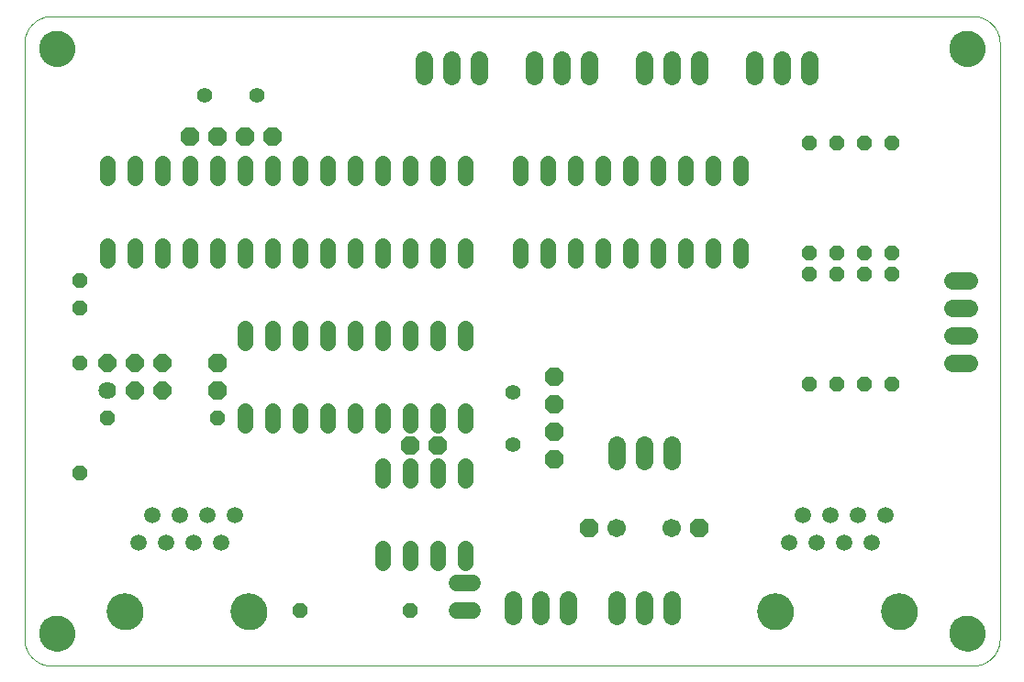
<source format=gts>
G75*
%MOIN*%
%OFA0B0*%
%FSLAX25Y25*%
%IPPOS*%
%LPD*%
%AMOC8*
5,1,8,0,0,1.08239X$1,22.5*
%
%ADD10C,0.00000*%
%ADD11C,0.12998*%
%ADD12OC8,0.06700*%
%ADD13C,0.06700*%
%ADD14C,0.05600*%
%ADD15C,0.06400*%
%ADD16C,0.06000*%
%ADD17OC8,0.05600*%
%ADD18C,0.05600*%
%ADD19C,0.06400*%
%ADD20OC8,0.06400*%
%ADD21C,0.05900*%
%ADD22C,0.13200*%
D10*
X0017043Y0012215D02*
X0351688Y0012215D01*
X0351688Y0012214D02*
X0351926Y0012217D01*
X0352164Y0012225D01*
X0352401Y0012240D01*
X0352638Y0012260D01*
X0352874Y0012286D01*
X0353110Y0012317D01*
X0353345Y0012354D01*
X0353579Y0012397D01*
X0353812Y0012446D01*
X0354044Y0012500D01*
X0354274Y0012560D01*
X0354503Y0012625D01*
X0354730Y0012696D01*
X0354955Y0012772D01*
X0355178Y0012854D01*
X0355400Y0012941D01*
X0355619Y0013033D01*
X0355836Y0013131D01*
X0356050Y0013233D01*
X0356262Y0013341D01*
X0356472Y0013455D01*
X0356678Y0013573D01*
X0356882Y0013696D01*
X0357082Y0013824D01*
X0357279Y0013956D01*
X0357474Y0014094D01*
X0357664Y0014236D01*
X0357852Y0014383D01*
X0358035Y0014534D01*
X0358215Y0014689D01*
X0358391Y0014849D01*
X0358563Y0015013D01*
X0358732Y0015182D01*
X0358896Y0015354D01*
X0359056Y0015530D01*
X0359211Y0015710D01*
X0359362Y0015893D01*
X0359509Y0016081D01*
X0359651Y0016271D01*
X0359789Y0016466D01*
X0359921Y0016663D01*
X0360049Y0016863D01*
X0360172Y0017067D01*
X0360290Y0017273D01*
X0360404Y0017483D01*
X0360512Y0017695D01*
X0360614Y0017909D01*
X0360712Y0018126D01*
X0360804Y0018345D01*
X0360891Y0018567D01*
X0360973Y0018790D01*
X0361049Y0019015D01*
X0361120Y0019242D01*
X0361185Y0019471D01*
X0361245Y0019701D01*
X0361299Y0019933D01*
X0361348Y0020166D01*
X0361391Y0020400D01*
X0361428Y0020635D01*
X0361459Y0020871D01*
X0361485Y0021107D01*
X0361505Y0021344D01*
X0361520Y0021581D01*
X0361528Y0021819D01*
X0361531Y0022057D01*
X0361531Y0238593D01*
X0361528Y0238831D01*
X0361520Y0239069D01*
X0361505Y0239306D01*
X0361485Y0239543D01*
X0361459Y0239779D01*
X0361428Y0240015D01*
X0361391Y0240250D01*
X0361348Y0240484D01*
X0361299Y0240717D01*
X0361245Y0240949D01*
X0361185Y0241179D01*
X0361120Y0241408D01*
X0361049Y0241635D01*
X0360973Y0241860D01*
X0360891Y0242083D01*
X0360804Y0242305D01*
X0360712Y0242524D01*
X0360614Y0242741D01*
X0360512Y0242955D01*
X0360404Y0243167D01*
X0360290Y0243377D01*
X0360172Y0243583D01*
X0360049Y0243787D01*
X0359921Y0243987D01*
X0359789Y0244184D01*
X0359651Y0244379D01*
X0359509Y0244569D01*
X0359362Y0244757D01*
X0359211Y0244940D01*
X0359056Y0245120D01*
X0358896Y0245296D01*
X0358732Y0245468D01*
X0358563Y0245637D01*
X0358391Y0245801D01*
X0358215Y0245961D01*
X0358035Y0246116D01*
X0357852Y0246267D01*
X0357664Y0246414D01*
X0357474Y0246556D01*
X0357279Y0246694D01*
X0357082Y0246826D01*
X0356882Y0246954D01*
X0356678Y0247077D01*
X0356472Y0247195D01*
X0356262Y0247309D01*
X0356050Y0247417D01*
X0355836Y0247519D01*
X0355619Y0247617D01*
X0355400Y0247709D01*
X0355178Y0247796D01*
X0354955Y0247878D01*
X0354730Y0247954D01*
X0354503Y0248025D01*
X0354274Y0248090D01*
X0354044Y0248150D01*
X0353812Y0248204D01*
X0353579Y0248253D01*
X0353345Y0248296D01*
X0353110Y0248333D01*
X0352874Y0248364D01*
X0352638Y0248390D01*
X0352401Y0248410D01*
X0352164Y0248425D01*
X0351926Y0248433D01*
X0351688Y0248436D01*
X0351688Y0248435D02*
X0017043Y0248435D01*
X0017043Y0248436D02*
X0016805Y0248433D01*
X0016567Y0248425D01*
X0016330Y0248410D01*
X0016093Y0248390D01*
X0015857Y0248364D01*
X0015621Y0248333D01*
X0015386Y0248296D01*
X0015152Y0248253D01*
X0014919Y0248204D01*
X0014687Y0248150D01*
X0014457Y0248090D01*
X0014228Y0248025D01*
X0014001Y0247954D01*
X0013776Y0247878D01*
X0013553Y0247796D01*
X0013331Y0247709D01*
X0013112Y0247617D01*
X0012895Y0247519D01*
X0012681Y0247417D01*
X0012469Y0247309D01*
X0012259Y0247195D01*
X0012053Y0247077D01*
X0011849Y0246954D01*
X0011649Y0246826D01*
X0011452Y0246694D01*
X0011257Y0246556D01*
X0011067Y0246414D01*
X0010879Y0246267D01*
X0010696Y0246116D01*
X0010516Y0245961D01*
X0010340Y0245801D01*
X0010168Y0245637D01*
X0009999Y0245468D01*
X0009835Y0245296D01*
X0009675Y0245120D01*
X0009520Y0244940D01*
X0009369Y0244757D01*
X0009222Y0244569D01*
X0009080Y0244379D01*
X0008942Y0244184D01*
X0008810Y0243987D01*
X0008682Y0243787D01*
X0008559Y0243583D01*
X0008441Y0243377D01*
X0008327Y0243167D01*
X0008219Y0242955D01*
X0008117Y0242741D01*
X0008019Y0242524D01*
X0007927Y0242305D01*
X0007840Y0242083D01*
X0007758Y0241860D01*
X0007682Y0241635D01*
X0007611Y0241408D01*
X0007546Y0241179D01*
X0007486Y0240949D01*
X0007432Y0240717D01*
X0007383Y0240484D01*
X0007340Y0240250D01*
X0007303Y0240015D01*
X0007272Y0239779D01*
X0007246Y0239543D01*
X0007226Y0239306D01*
X0007211Y0239069D01*
X0007203Y0238831D01*
X0007200Y0238593D01*
X0007200Y0022057D01*
X0007203Y0021819D01*
X0007211Y0021581D01*
X0007226Y0021344D01*
X0007246Y0021107D01*
X0007272Y0020871D01*
X0007303Y0020635D01*
X0007340Y0020400D01*
X0007383Y0020166D01*
X0007432Y0019933D01*
X0007486Y0019701D01*
X0007546Y0019471D01*
X0007611Y0019242D01*
X0007682Y0019015D01*
X0007758Y0018790D01*
X0007840Y0018567D01*
X0007927Y0018345D01*
X0008019Y0018126D01*
X0008117Y0017909D01*
X0008219Y0017695D01*
X0008327Y0017483D01*
X0008441Y0017273D01*
X0008559Y0017067D01*
X0008682Y0016863D01*
X0008810Y0016663D01*
X0008942Y0016466D01*
X0009080Y0016271D01*
X0009222Y0016081D01*
X0009369Y0015893D01*
X0009520Y0015710D01*
X0009675Y0015530D01*
X0009835Y0015354D01*
X0009999Y0015182D01*
X0010168Y0015013D01*
X0010340Y0014849D01*
X0010516Y0014689D01*
X0010696Y0014534D01*
X0010879Y0014383D01*
X0011067Y0014236D01*
X0011257Y0014094D01*
X0011452Y0013956D01*
X0011649Y0013824D01*
X0011849Y0013696D01*
X0012053Y0013573D01*
X0012259Y0013455D01*
X0012469Y0013341D01*
X0012681Y0013233D01*
X0012895Y0013131D01*
X0013112Y0013033D01*
X0013331Y0012941D01*
X0013553Y0012854D01*
X0013776Y0012772D01*
X0014001Y0012696D01*
X0014228Y0012625D01*
X0014457Y0012560D01*
X0014687Y0012500D01*
X0014919Y0012446D01*
X0015152Y0012397D01*
X0015386Y0012354D01*
X0015621Y0012317D01*
X0015857Y0012286D01*
X0016093Y0012260D01*
X0016330Y0012240D01*
X0016567Y0012225D01*
X0016805Y0012217D01*
X0017043Y0012214D01*
X0012712Y0024026D02*
X0012714Y0024184D01*
X0012720Y0024342D01*
X0012730Y0024500D01*
X0012744Y0024658D01*
X0012762Y0024815D01*
X0012783Y0024972D01*
X0012809Y0025128D01*
X0012839Y0025284D01*
X0012872Y0025439D01*
X0012910Y0025592D01*
X0012951Y0025745D01*
X0012996Y0025897D01*
X0013045Y0026048D01*
X0013098Y0026197D01*
X0013154Y0026345D01*
X0013214Y0026491D01*
X0013278Y0026636D01*
X0013346Y0026779D01*
X0013417Y0026921D01*
X0013491Y0027061D01*
X0013569Y0027198D01*
X0013651Y0027334D01*
X0013735Y0027468D01*
X0013824Y0027599D01*
X0013915Y0027728D01*
X0014010Y0027855D01*
X0014107Y0027980D01*
X0014208Y0028102D01*
X0014312Y0028221D01*
X0014419Y0028338D01*
X0014529Y0028452D01*
X0014642Y0028563D01*
X0014757Y0028672D01*
X0014875Y0028777D01*
X0014996Y0028879D01*
X0015119Y0028979D01*
X0015245Y0029075D01*
X0015373Y0029168D01*
X0015503Y0029258D01*
X0015636Y0029344D01*
X0015771Y0029428D01*
X0015907Y0029507D01*
X0016046Y0029584D01*
X0016187Y0029656D01*
X0016329Y0029726D01*
X0016473Y0029791D01*
X0016619Y0029853D01*
X0016766Y0029911D01*
X0016915Y0029966D01*
X0017065Y0030017D01*
X0017216Y0030064D01*
X0017368Y0030107D01*
X0017521Y0030146D01*
X0017676Y0030182D01*
X0017831Y0030213D01*
X0017987Y0030241D01*
X0018143Y0030265D01*
X0018300Y0030285D01*
X0018458Y0030301D01*
X0018615Y0030313D01*
X0018774Y0030321D01*
X0018932Y0030325D01*
X0019090Y0030325D01*
X0019248Y0030321D01*
X0019407Y0030313D01*
X0019564Y0030301D01*
X0019722Y0030285D01*
X0019879Y0030265D01*
X0020035Y0030241D01*
X0020191Y0030213D01*
X0020346Y0030182D01*
X0020501Y0030146D01*
X0020654Y0030107D01*
X0020806Y0030064D01*
X0020957Y0030017D01*
X0021107Y0029966D01*
X0021256Y0029911D01*
X0021403Y0029853D01*
X0021549Y0029791D01*
X0021693Y0029726D01*
X0021835Y0029656D01*
X0021976Y0029584D01*
X0022115Y0029507D01*
X0022251Y0029428D01*
X0022386Y0029344D01*
X0022519Y0029258D01*
X0022649Y0029168D01*
X0022777Y0029075D01*
X0022903Y0028979D01*
X0023026Y0028879D01*
X0023147Y0028777D01*
X0023265Y0028672D01*
X0023380Y0028563D01*
X0023493Y0028452D01*
X0023603Y0028338D01*
X0023710Y0028221D01*
X0023814Y0028102D01*
X0023915Y0027980D01*
X0024012Y0027855D01*
X0024107Y0027728D01*
X0024198Y0027599D01*
X0024287Y0027468D01*
X0024371Y0027334D01*
X0024453Y0027198D01*
X0024531Y0027061D01*
X0024605Y0026921D01*
X0024676Y0026779D01*
X0024744Y0026636D01*
X0024808Y0026491D01*
X0024868Y0026345D01*
X0024924Y0026197D01*
X0024977Y0026048D01*
X0025026Y0025897D01*
X0025071Y0025745D01*
X0025112Y0025592D01*
X0025150Y0025439D01*
X0025183Y0025284D01*
X0025213Y0025128D01*
X0025239Y0024972D01*
X0025260Y0024815D01*
X0025278Y0024658D01*
X0025292Y0024500D01*
X0025302Y0024342D01*
X0025308Y0024184D01*
X0025310Y0024026D01*
X0025308Y0023868D01*
X0025302Y0023710D01*
X0025292Y0023552D01*
X0025278Y0023394D01*
X0025260Y0023237D01*
X0025239Y0023080D01*
X0025213Y0022924D01*
X0025183Y0022768D01*
X0025150Y0022613D01*
X0025112Y0022460D01*
X0025071Y0022307D01*
X0025026Y0022155D01*
X0024977Y0022004D01*
X0024924Y0021855D01*
X0024868Y0021707D01*
X0024808Y0021561D01*
X0024744Y0021416D01*
X0024676Y0021273D01*
X0024605Y0021131D01*
X0024531Y0020991D01*
X0024453Y0020854D01*
X0024371Y0020718D01*
X0024287Y0020584D01*
X0024198Y0020453D01*
X0024107Y0020324D01*
X0024012Y0020197D01*
X0023915Y0020072D01*
X0023814Y0019950D01*
X0023710Y0019831D01*
X0023603Y0019714D01*
X0023493Y0019600D01*
X0023380Y0019489D01*
X0023265Y0019380D01*
X0023147Y0019275D01*
X0023026Y0019173D01*
X0022903Y0019073D01*
X0022777Y0018977D01*
X0022649Y0018884D01*
X0022519Y0018794D01*
X0022386Y0018708D01*
X0022251Y0018624D01*
X0022115Y0018545D01*
X0021976Y0018468D01*
X0021835Y0018396D01*
X0021693Y0018326D01*
X0021549Y0018261D01*
X0021403Y0018199D01*
X0021256Y0018141D01*
X0021107Y0018086D01*
X0020957Y0018035D01*
X0020806Y0017988D01*
X0020654Y0017945D01*
X0020501Y0017906D01*
X0020346Y0017870D01*
X0020191Y0017839D01*
X0020035Y0017811D01*
X0019879Y0017787D01*
X0019722Y0017767D01*
X0019564Y0017751D01*
X0019407Y0017739D01*
X0019248Y0017731D01*
X0019090Y0017727D01*
X0018932Y0017727D01*
X0018774Y0017731D01*
X0018615Y0017739D01*
X0018458Y0017751D01*
X0018300Y0017767D01*
X0018143Y0017787D01*
X0017987Y0017811D01*
X0017831Y0017839D01*
X0017676Y0017870D01*
X0017521Y0017906D01*
X0017368Y0017945D01*
X0017216Y0017988D01*
X0017065Y0018035D01*
X0016915Y0018086D01*
X0016766Y0018141D01*
X0016619Y0018199D01*
X0016473Y0018261D01*
X0016329Y0018326D01*
X0016187Y0018396D01*
X0016046Y0018468D01*
X0015907Y0018545D01*
X0015771Y0018624D01*
X0015636Y0018708D01*
X0015503Y0018794D01*
X0015373Y0018884D01*
X0015245Y0018977D01*
X0015119Y0019073D01*
X0014996Y0019173D01*
X0014875Y0019275D01*
X0014757Y0019380D01*
X0014642Y0019489D01*
X0014529Y0019600D01*
X0014419Y0019714D01*
X0014312Y0019831D01*
X0014208Y0019950D01*
X0014107Y0020072D01*
X0014010Y0020197D01*
X0013915Y0020324D01*
X0013824Y0020453D01*
X0013735Y0020584D01*
X0013651Y0020718D01*
X0013569Y0020854D01*
X0013491Y0020991D01*
X0013417Y0021131D01*
X0013346Y0021273D01*
X0013278Y0021416D01*
X0013214Y0021561D01*
X0013154Y0021707D01*
X0013098Y0021855D01*
X0013045Y0022004D01*
X0012996Y0022155D01*
X0012951Y0022307D01*
X0012910Y0022460D01*
X0012872Y0022613D01*
X0012839Y0022768D01*
X0012809Y0022924D01*
X0012783Y0023080D01*
X0012762Y0023237D01*
X0012744Y0023394D01*
X0012730Y0023552D01*
X0012720Y0023710D01*
X0012714Y0023868D01*
X0012712Y0024026D01*
X0037355Y0031900D02*
X0037357Y0032060D01*
X0037363Y0032219D01*
X0037373Y0032378D01*
X0037387Y0032537D01*
X0037405Y0032696D01*
X0037426Y0032854D01*
X0037452Y0033011D01*
X0037482Y0033168D01*
X0037515Y0033324D01*
X0037553Y0033479D01*
X0037594Y0033633D01*
X0037639Y0033786D01*
X0037688Y0033938D01*
X0037741Y0034089D01*
X0037797Y0034238D01*
X0037858Y0034386D01*
X0037921Y0034532D01*
X0037989Y0034677D01*
X0038060Y0034820D01*
X0038134Y0034961D01*
X0038212Y0035100D01*
X0038294Y0035237D01*
X0038379Y0035372D01*
X0038467Y0035505D01*
X0038559Y0035636D01*
X0038653Y0035764D01*
X0038751Y0035890D01*
X0038852Y0036014D01*
X0038956Y0036135D01*
X0039063Y0036253D01*
X0039173Y0036369D01*
X0039286Y0036482D01*
X0039402Y0036592D01*
X0039520Y0036699D01*
X0039641Y0036803D01*
X0039765Y0036904D01*
X0039891Y0037002D01*
X0040019Y0037096D01*
X0040150Y0037188D01*
X0040283Y0037276D01*
X0040418Y0037361D01*
X0040555Y0037443D01*
X0040694Y0037521D01*
X0040835Y0037595D01*
X0040978Y0037666D01*
X0041123Y0037734D01*
X0041269Y0037797D01*
X0041417Y0037858D01*
X0041566Y0037914D01*
X0041717Y0037967D01*
X0041869Y0038016D01*
X0042022Y0038061D01*
X0042176Y0038102D01*
X0042331Y0038140D01*
X0042487Y0038173D01*
X0042644Y0038203D01*
X0042801Y0038229D01*
X0042959Y0038250D01*
X0043118Y0038268D01*
X0043277Y0038282D01*
X0043436Y0038292D01*
X0043595Y0038298D01*
X0043755Y0038300D01*
X0043915Y0038298D01*
X0044074Y0038292D01*
X0044233Y0038282D01*
X0044392Y0038268D01*
X0044551Y0038250D01*
X0044709Y0038229D01*
X0044866Y0038203D01*
X0045023Y0038173D01*
X0045179Y0038140D01*
X0045334Y0038102D01*
X0045488Y0038061D01*
X0045641Y0038016D01*
X0045793Y0037967D01*
X0045944Y0037914D01*
X0046093Y0037858D01*
X0046241Y0037797D01*
X0046387Y0037734D01*
X0046532Y0037666D01*
X0046675Y0037595D01*
X0046816Y0037521D01*
X0046955Y0037443D01*
X0047092Y0037361D01*
X0047227Y0037276D01*
X0047360Y0037188D01*
X0047491Y0037096D01*
X0047619Y0037002D01*
X0047745Y0036904D01*
X0047869Y0036803D01*
X0047990Y0036699D01*
X0048108Y0036592D01*
X0048224Y0036482D01*
X0048337Y0036369D01*
X0048447Y0036253D01*
X0048554Y0036135D01*
X0048658Y0036014D01*
X0048759Y0035890D01*
X0048857Y0035764D01*
X0048951Y0035636D01*
X0049043Y0035505D01*
X0049131Y0035372D01*
X0049216Y0035237D01*
X0049298Y0035100D01*
X0049376Y0034961D01*
X0049450Y0034820D01*
X0049521Y0034677D01*
X0049589Y0034532D01*
X0049652Y0034386D01*
X0049713Y0034238D01*
X0049769Y0034089D01*
X0049822Y0033938D01*
X0049871Y0033786D01*
X0049916Y0033633D01*
X0049957Y0033479D01*
X0049995Y0033324D01*
X0050028Y0033168D01*
X0050058Y0033011D01*
X0050084Y0032854D01*
X0050105Y0032696D01*
X0050123Y0032537D01*
X0050137Y0032378D01*
X0050147Y0032219D01*
X0050153Y0032060D01*
X0050155Y0031900D01*
X0050153Y0031740D01*
X0050147Y0031581D01*
X0050137Y0031422D01*
X0050123Y0031263D01*
X0050105Y0031104D01*
X0050084Y0030946D01*
X0050058Y0030789D01*
X0050028Y0030632D01*
X0049995Y0030476D01*
X0049957Y0030321D01*
X0049916Y0030167D01*
X0049871Y0030014D01*
X0049822Y0029862D01*
X0049769Y0029711D01*
X0049713Y0029562D01*
X0049652Y0029414D01*
X0049589Y0029268D01*
X0049521Y0029123D01*
X0049450Y0028980D01*
X0049376Y0028839D01*
X0049298Y0028700D01*
X0049216Y0028563D01*
X0049131Y0028428D01*
X0049043Y0028295D01*
X0048951Y0028164D01*
X0048857Y0028036D01*
X0048759Y0027910D01*
X0048658Y0027786D01*
X0048554Y0027665D01*
X0048447Y0027547D01*
X0048337Y0027431D01*
X0048224Y0027318D01*
X0048108Y0027208D01*
X0047990Y0027101D01*
X0047869Y0026997D01*
X0047745Y0026896D01*
X0047619Y0026798D01*
X0047491Y0026704D01*
X0047360Y0026612D01*
X0047227Y0026524D01*
X0047092Y0026439D01*
X0046955Y0026357D01*
X0046816Y0026279D01*
X0046675Y0026205D01*
X0046532Y0026134D01*
X0046387Y0026066D01*
X0046241Y0026003D01*
X0046093Y0025942D01*
X0045944Y0025886D01*
X0045793Y0025833D01*
X0045641Y0025784D01*
X0045488Y0025739D01*
X0045334Y0025698D01*
X0045179Y0025660D01*
X0045023Y0025627D01*
X0044866Y0025597D01*
X0044709Y0025571D01*
X0044551Y0025550D01*
X0044392Y0025532D01*
X0044233Y0025518D01*
X0044074Y0025508D01*
X0043915Y0025502D01*
X0043755Y0025500D01*
X0043595Y0025502D01*
X0043436Y0025508D01*
X0043277Y0025518D01*
X0043118Y0025532D01*
X0042959Y0025550D01*
X0042801Y0025571D01*
X0042644Y0025597D01*
X0042487Y0025627D01*
X0042331Y0025660D01*
X0042176Y0025698D01*
X0042022Y0025739D01*
X0041869Y0025784D01*
X0041717Y0025833D01*
X0041566Y0025886D01*
X0041417Y0025942D01*
X0041269Y0026003D01*
X0041123Y0026066D01*
X0040978Y0026134D01*
X0040835Y0026205D01*
X0040694Y0026279D01*
X0040555Y0026357D01*
X0040418Y0026439D01*
X0040283Y0026524D01*
X0040150Y0026612D01*
X0040019Y0026704D01*
X0039891Y0026798D01*
X0039765Y0026896D01*
X0039641Y0026997D01*
X0039520Y0027101D01*
X0039402Y0027208D01*
X0039286Y0027318D01*
X0039173Y0027431D01*
X0039063Y0027547D01*
X0038956Y0027665D01*
X0038852Y0027786D01*
X0038751Y0027910D01*
X0038653Y0028036D01*
X0038559Y0028164D01*
X0038467Y0028295D01*
X0038379Y0028428D01*
X0038294Y0028563D01*
X0038212Y0028700D01*
X0038134Y0028839D01*
X0038060Y0028980D01*
X0037989Y0029123D01*
X0037921Y0029268D01*
X0037858Y0029414D01*
X0037797Y0029562D01*
X0037741Y0029711D01*
X0037688Y0029862D01*
X0037639Y0030014D01*
X0037594Y0030167D01*
X0037553Y0030321D01*
X0037515Y0030476D01*
X0037482Y0030632D01*
X0037452Y0030789D01*
X0037426Y0030946D01*
X0037405Y0031104D01*
X0037387Y0031263D01*
X0037373Y0031422D01*
X0037363Y0031581D01*
X0037357Y0031740D01*
X0037355Y0031900D01*
X0082355Y0031900D02*
X0082357Y0032060D01*
X0082363Y0032219D01*
X0082373Y0032378D01*
X0082387Y0032537D01*
X0082405Y0032696D01*
X0082426Y0032854D01*
X0082452Y0033011D01*
X0082482Y0033168D01*
X0082515Y0033324D01*
X0082553Y0033479D01*
X0082594Y0033633D01*
X0082639Y0033786D01*
X0082688Y0033938D01*
X0082741Y0034089D01*
X0082797Y0034238D01*
X0082858Y0034386D01*
X0082921Y0034532D01*
X0082989Y0034677D01*
X0083060Y0034820D01*
X0083134Y0034961D01*
X0083212Y0035100D01*
X0083294Y0035237D01*
X0083379Y0035372D01*
X0083467Y0035505D01*
X0083559Y0035636D01*
X0083653Y0035764D01*
X0083751Y0035890D01*
X0083852Y0036014D01*
X0083956Y0036135D01*
X0084063Y0036253D01*
X0084173Y0036369D01*
X0084286Y0036482D01*
X0084402Y0036592D01*
X0084520Y0036699D01*
X0084641Y0036803D01*
X0084765Y0036904D01*
X0084891Y0037002D01*
X0085019Y0037096D01*
X0085150Y0037188D01*
X0085283Y0037276D01*
X0085418Y0037361D01*
X0085555Y0037443D01*
X0085694Y0037521D01*
X0085835Y0037595D01*
X0085978Y0037666D01*
X0086123Y0037734D01*
X0086269Y0037797D01*
X0086417Y0037858D01*
X0086566Y0037914D01*
X0086717Y0037967D01*
X0086869Y0038016D01*
X0087022Y0038061D01*
X0087176Y0038102D01*
X0087331Y0038140D01*
X0087487Y0038173D01*
X0087644Y0038203D01*
X0087801Y0038229D01*
X0087959Y0038250D01*
X0088118Y0038268D01*
X0088277Y0038282D01*
X0088436Y0038292D01*
X0088595Y0038298D01*
X0088755Y0038300D01*
X0088915Y0038298D01*
X0089074Y0038292D01*
X0089233Y0038282D01*
X0089392Y0038268D01*
X0089551Y0038250D01*
X0089709Y0038229D01*
X0089866Y0038203D01*
X0090023Y0038173D01*
X0090179Y0038140D01*
X0090334Y0038102D01*
X0090488Y0038061D01*
X0090641Y0038016D01*
X0090793Y0037967D01*
X0090944Y0037914D01*
X0091093Y0037858D01*
X0091241Y0037797D01*
X0091387Y0037734D01*
X0091532Y0037666D01*
X0091675Y0037595D01*
X0091816Y0037521D01*
X0091955Y0037443D01*
X0092092Y0037361D01*
X0092227Y0037276D01*
X0092360Y0037188D01*
X0092491Y0037096D01*
X0092619Y0037002D01*
X0092745Y0036904D01*
X0092869Y0036803D01*
X0092990Y0036699D01*
X0093108Y0036592D01*
X0093224Y0036482D01*
X0093337Y0036369D01*
X0093447Y0036253D01*
X0093554Y0036135D01*
X0093658Y0036014D01*
X0093759Y0035890D01*
X0093857Y0035764D01*
X0093951Y0035636D01*
X0094043Y0035505D01*
X0094131Y0035372D01*
X0094216Y0035237D01*
X0094298Y0035100D01*
X0094376Y0034961D01*
X0094450Y0034820D01*
X0094521Y0034677D01*
X0094589Y0034532D01*
X0094652Y0034386D01*
X0094713Y0034238D01*
X0094769Y0034089D01*
X0094822Y0033938D01*
X0094871Y0033786D01*
X0094916Y0033633D01*
X0094957Y0033479D01*
X0094995Y0033324D01*
X0095028Y0033168D01*
X0095058Y0033011D01*
X0095084Y0032854D01*
X0095105Y0032696D01*
X0095123Y0032537D01*
X0095137Y0032378D01*
X0095147Y0032219D01*
X0095153Y0032060D01*
X0095155Y0031900D01*
X0095153Y0031740D01*
X0095147Y0031581D01*
X0095137Y0031422D01*
X0095123Y0031263D01*
X0095105Y0031104D01*
X0095084Y0030946D01*
X0095058Y0030789D01*
X0095028Y0030632D01*
X0094995Y0030476D01*
X0094957Y0030321D01*
X0094916Y0030167D01*
X0094871Y0030014D01*
X0094822Y0029862D01*
X0094769Y0029711D01*
X0094713Y0029562D01*
X0094652Y0029414D01*
X0094589Y0029268D01*
X0094521Y0029123D01*
X0094450Y0028980D01*
X0094376Y0028839D01*
X0094298Y0028700D01*
X0094216Y0028563D01*
X0094131Y0028428D01*
X0094043Y0028295D01*
X0093951Y0028164D01*
X0093857Y0028036D01*
X0093759Y0027910D01*
X0093658Y0027786D01*
X0093554Y0027665D01*
X0093447Y0027547D01*
X0093337Y0027431D01*
X0093224Y0027318D01*
X0093108Y0027208D01*
X0092990Y0027101D01*
X0092869Y0026997D01*
X0092745Y0026896D01*
X0092619Y0026798D01*
X0092491Y0026704D01*
X0092360Y0026612D01*
X0092227Y0026524D01*
X0092092Y0026439D01*
X0091955Y0026357D01*
X0091816Y0026279D01*
X0091675Y0026205D01*
X0091532Y0026134D01*
X0091387Y0026066D01*
X0091241Y0026003D01*
X0091093Y0025942D01*
X0090944Y0025886D01*
X0090793Y0025833D01*
X0090641Y0025784D01*
X0090488Y0025739D01*
X0090334Y0025698D01*
X0090179Y0025660D01*
X0090023Y0025627D01*
X0089866Y0025597D01*
X0089709Y0025571D01*
X0089551Y0025550D01*
X0089392Y0025532D01*
X0089233Y0025518D01*
X0089074Y0025508D01*
X0088915Y0025502D01*
X0088755Y0025500D01*
X0088595Y0025502D01*
X0088436Y0025508D01*
X0088277Y0025518D01*
X0088118Y0025532D01*
X0087959Y0025550D01*
X0087801Y0025571D01*
X0087644Y0025597D01*
X0087487Y0025627D01*
X0087331Y0025660D01*
X0087176Y0025698D01*
X0087022Y0025739D01*
X0086869Y0025784D01*
X0086717Y0025833D01*
X0086566Y0025886D01*
X0086417Y0025942D01*
X0086269Y0026003D01*
X0086123Y0026066D01*
X0085978Y0026134D01*
X0085835Y0026205D01*
X0085694Y0026279D01*
X0085555Y0026357D01*
X0085418Y0026439D01*
X0085283Y0026524D01*
X0085150Y0026612D01*
X0085019Y0026704D01*
X0084891Y0026798D01*
X0084765Y0026896D01*
X0084641Y0026997D01*
X0084520Y0027101D01*
X0084402Y0027208D01*
X0084286Y0027318D01*
X0084173Y0027431D01*
X0084063Y0027547D01*
X0083956Y0027665D01*
X0083852Y0027786D01*
X0083751Y0027910D01*
X0083653Y0028036D01*
X0083559Y0028164D01*
X0083467Y0028295D01*
X0083379Y0028428D01*
X0083294Y0028563D01*
X0083212Y0028700D01*
X0083134Y0028839D01*
X0083060Y0028980D01*
X0082989Y0029123D01*
X0082921Y0029268D01*
X0082858Y0029414D01*
X0082797Y0029562D01*
X0082741Y0029711D01*
X0082688Y0029862D01*
X0082639Y0030014D01*
X0082594Y0030167D01*
X0082553Y0030321D01*
X0082515Y0030476D01*
X0082482Y0030632D01*
X0082452Y0030789D01*
X0082426Y0030946D01*
X0082405Y0031104D01*
X0082387Y0031263D01*
X0082373Y0031422D01*
X0082363Y0031581D01*
X0082357Y0031740D01*
X0082355Y0031900D01*
X0273576Y0031900D02*
X0273578Y0032060D01*
X0273584Y0032219D01*
X0273594Y0032378D01*
X0273608Y0032537D01*
X0273626Y0032696D01*
X0273647Y0032854D01*
X0273673Y0033011D01*
X0273703Y0033168D01*
X0273736Y0033324D01*
X0273774Y0033479D01*
X0273815Y0033633D01*
X0273860Y0033786D01*
X0273909Y0033938D01*
X0273962Y0034089D01*
X0274018Y0034238D01*
X0274079Y0034386D01*
X0274142Y0034532D01*
X0274210Y0034677D01*
X0274281Y0034820D01*
X0274355Y0034961D01*
X0274433Y0035100D01*
X0274515Y0035237D01*
X0274600Y0035372D01*
X0274688Y0035505D01*
X0274780Y0035636D01*
X0274874Y0035764D01*
X0274972Y0035890D01*
X0275073Y0036014D01*
X0275177Y0036135D01*
X0275284Y0036253D01*
X0275394Y0036369D01*
X0275507Y0036482D01*
X0275623Y0036592D01*
X0275741Y0036699D01*
X0275862Y0036803D01*
X0275986Y0036904D01*
X0276112Y0037002D01*
X0276240Y0037096D01*
X0276371Y0037188D01*
X0276504Y0037276D01*
X0276639Y0037361D01*
X0276776Y0037443D01*
X0276915Y0037521D01*
X0277056Y0037595D01*
X0277199Y0037666D01*
X0277344Y0037734D01*
X0277490Y0037797D01*
X0277638Y0037858D01*
X0277787Y0037914D01*
X0277938Y0037967D01*
X0278090Y0038016D01*
X0278243Y0038061D01*
X0278397Y0038102D01*
X0278552Y0038140D01*
X0278708Y0038173D01*
X0278865Y0038203D01*
X0279022Y0038229D01*
X0279180Y0038250D01*
X0279339Y0038268D01*
X0279498Y0038282D01*
X0279657Y0038292D01*
X0279816Y0038298D01*
X0279976Y0038300D01*
X0280136Y0038298D01*
X0280295Y0038292D01*
X0280454Y0038282D01*
X0280613Y0038268D01*
X0280772Y0038250D01*
X0280930Y0038229D01*
X0281087Y0038203D01*
X0281244Y0038173D01*
X0281400Y0038140D01*
X0281555Y0038102D01*
X0281709Y0038061D01*
X0281862Y0038016D01*
X0282014Y0037967D01*
X0282165Y0037914D01*
X0282314Y0037858D01*
X0282462Y0037797D01*
X0282608Y0037734D01*
X0282753Y0037666D01*
X0282896Y0037595D01*
X0283037Y0037521D01*
X0283176Y0037443D01*
X0283313Y0037361D01*
X0283448Y0037276D01*
X0283581Y0037188D01*
X0283712Y0037096D01*
X0283840Y0037002D01*
X0283966Y0036904D01*
X0284090Y0036803D01*
X0284211Y0036699D01*
X0284329Y0036592D01*
X0284445Y0036482D01*
X0284558Y0036369D01*
X0284668Y0036253D01*
X0284775Y0036135D01*
X0284879Y0036014D01*
X0284980Y0035890D01*
X0285078Y0035764D01*
X0285172Y0035636D01*
X0285264Y0035505D01*
X0285352Y0035372D01*
X0285437Y0035237D01*
X0285519Y0035100D01*
X0285597Y0034961D01*
X0285671Y0034820D01*
X0285742Y0034677D01*
X0285810Y0034532D01*
X0285873Y0034386D01*
X0285934Y0034238D01*
X0285990Y0034089D01*
X0286043Y0033938D01*
X0286092Y0033786D01*
X0286137Y0033633D01*
X0286178Y0033479D01*
X0286216Y0033324D01*
X0286249Y0033168D01*
X0286279Y0033011D01*
X0286305Y0032854D01*
X0286326Y0032696D01*
X0286344Y0032537D01*
X0286358Y0032378D01*
X0286368Y0032219D01*
X0286374Y0032060D01*
X0286376Y0031900D01*
X0286374Y0031740D01*
X0286368Y0031581D01*
X0286358Y0031422D01*
X0286344Y0031263D01*
X0286326Y0031104D01*
X0286305Y0030946D01*
X0286279Y0030789D01*
X0286249Y0030632D01*
X0286216Y0030476D01*
X0286178Y0030321D01*
X0286137Y0030167D01*
X0286092Y0030014D01*
X0286043Y0029862D01*
X0285990Y0029711D01*
X0285934Y0029562D01*
X0285873Y0029414D01*
X0285810Y0029268D01*
X0285742Y0029123D01*
X0285671Y0028980D01*
X0285597Y0028839D01*
X0285519Y0028700D01*
X0285437Y0028563D01*
X0285352Y0028428D01*
X0285264Y0028295D01*
X0285172Y0028164D01*
X0285078Y0028036D01*
X0284980Y0027910D01*
X0284879Y0027786D01*
X0284775Y0027665D01*
X0284668Y0027547D01*
X0284558Y0027431D01*
X0284445Y0027318D01*
X0284329Y0027208D01*
X0284211Y0027101D01*
X0284090Y0026997D01*
X0283966Y0026896D01*
X0283840Y0026798D01*
X0283712Y0026704D01*
X0283581Y0026612D01*
X0283448Y0026524D01*
X0283313Y0026439D01*
X0283176Y0026357D01*
X0283037Y0026279D01*
X0282896Y0026205D01*
X0282753Y0026134D01*
X0282608Y0026066D01*
X0282462Y0026003D01*
X0282314Y0025942D01*
X0282165Y0025886D01*
X0282014Y0025833D01*
X0281862Y0025784D01*
X0281709Y0025739D01*
X0281555Y0025698D01*
X0281400Y0025660D01*
X0281244Y0025627D01*
X0281087Y0025597D01*
X0280930Y0025571D01*
X0280772Y0025550D01*
X0280613Y0025532D01*
X0280454Y0025518D01*
X0280295Y0025508D01*
X0280136Y0025502D01*
X0279976Y0025500D01*
X0279816Y0025502D01*
X0279657Y0025508D01*
X0279498Y0025518D01*
X0279339Y0025532D01*
X0279180Y0025550D01*
X0279022Y0025571D01*
X0278865Y0025597D01*
X0278708Y0025627D01*
X0278552Y0025660D01*
X0278397Y0025698D01*
X0278243Y0025739D01*
X0278090Y0025784D01*
X0277938Y0025833D01*
X0277787Y0025886D01*
X0277638Y0025942D01*
X0277490Y0026003D01*
X0277344Y0026066D01*
X0277199Y0026134D01*
X0277056Y0026205D01*
X0276915Y0026279D01*
X0276776Y0026357D01*
X0276639Y0026439D01*
X0276504Y0026524D01*
X0276371Y0026612D01*
X0276240Y0026704D01*
X0276112Y0026798D01*
X0275986Y0026896D01*
X0275862Y0026997D01*
X0275741Y0027101D01*
X0275623Y0027208D01*
X0275507Y0027318D01*
X0275394Y0027431D01*
X0275284Y0027547D01*
X0275177Y0027665D01*
X0275073Y0027786D01*
X0274972Y0027910D01*
X0274874Y0028036D01*
X0274780Y0028164D01*
X0274688Y0028295D01*
X0274600Y0028428D01*
X0274515Y0028563D01*
X0274433Y0028700D01*
X0274355Y0028839D01*
X0274281Y0028980D01*
X0274210Y0029123D01*
X0274142Y0029268D01*
X0274079Y0029414D01*
X0274018Y0029562D01*
X0273962Y0029711D01*
X0273909Y0029862D01*
X0273860Y0030014D01*
X0273815Y0030167D01*
X0273774Y0030321D01*
X0273736Y0030476D01*
X0273703Y0030632D01*
X0273673Y0030789D01*
X0273647Y0030946D01*
X0273626Y0031104D01*
X0273608Y0031263D01*
X0273594Y0031422D01*
X0273584Y0031581D01*
X0273578Y0031740D01*
X0273576Y0031900D01*
X0318576Y0031900D02*
X0318578Y0032060D01*
X0318584Y0032219D01*
X0318594Y0032378D01*
X0318608Y0032537D01*
X0318626Y0032696D01*
X0318647Y0032854D01*
X0318673Y0033011D01*
X0318703Y0033168D01*
X0318736Y0033324D01*
X0318774Y0033479D01*
X0318815Y0033633D01*
X0318860Y0033786D01*
X0318909Y0033938D01*
X0318962Y0034089D01*
X0319018Y0034238D01*
X0319079Y0034386D01*
X0319142Y0034532D01*
X0319210Y0034677D01*
X0319281Y0034820D01*
X0319355Y0034961D01*
X0319433Y0035100D01*
X0319515Y0035237D01*
X0319600Y0035372D01*
X0319688Y0035505D01*
X0319780Y0035636D01*
X0319874Y0035764D01*
X0319972Y0035890D01*
X0320073Y0036014D01*
X0320177Y0036135D01*
X0320284Y0036253D01*
X0320394Y0036369D01*
X0320507Y0036482D01*
X0320623Y0036592D01*
X0320741Y0036699D01*
X0320862Y0036803D01*
X0320986Y0036904D01*
X0321112Y0037002D01*
X0321240Y0037096D01*
X0321371Y0037188D01*
X0321504Y0037276D01*
X0321639Y0037361D01*
X0321776Y0037443D01*
X0321915Y0037521D01*
X0322056Y0037595D01*
X0322199Y0037666D01*
X0322344Y0037734D01*
X0322490Y0037797D01*
X0322638Y0037858D01*
X0322787Y0037914D01*
X0322938Y0037967D01*
X0323090Y0038016D01*
X0323243Y0038061D01*
X0323397Y0038102D01*
X0323552Y0038140D01*
X0323708Y0038173D01*
X0323865Y0038203D01*
X0324022Y0038229D01*
X0324180Y0038250D01*
X0324339Y0038268D01*
X0324498Y0038282D01*
X0324657Y0038292D01*
X0324816Y0038298D01*
X0324976Y0038300D01*
X0325136Y0038298D01*
X0325295Y0038292D01*
X0325454Y0038282D01*
X0325613Y0038268D01*
X0325772Y0038250D01*
X0325930Y0038229D01*
X0326087Y0038203D01*
X0326244Y0038173D01*
X0326400Y0038140D01*
X0326555Y0038102D01*
X0326709Y0038061D01*
X0326862Y0038016D01*
X0327014Y0037967D01*
X0327165Y0037914D01*
X0327314Y0037858D01*
X0327462Y0037797D01*
X0327608Y0037734D01*
X0327753Y0037666D01*
X0327896Y0037595D01*
X0328037Y0037521D01*
X0328176Y0037443D01*
X0328313Y0037361D01*
X0328448Y0037276D01*
X0328581Y0037188D01*
X0328712Y0037096D01*
X0328840Y0037002D01*
X0328966Y0036904D01*
X0329090Y0036803D01*
X0329211Y0036699D01*
X0329329Y0036592D01*
X0329445Y0036482D01*
X0329558Y0036369D01*
X0329668Y0036253D01*
X0329775Y0036135D01*
X0329879Y0036014D01*
X0329980Y0035890D01*
X0330078Y0035764D01*
X0330172Y0035636D01*
X0330264Y0035505D01*
X0330352Y0035372D01*
X0330437Y0035237D01*
X0330519Y0035100D01*
X0330597Y0034961D01*
X0330671Y0034820D01*
X0330742Y0034677D01*
X0330810Y0034532D01*
X0330873Y0034386D01*
X0330934Y0034238D01*
X0330990Y0034089D01*
X0331043Y0033938D01*
X0331092Y0033786D01*
X0331137Y0033633D01*
X0331178Y0033479D01*
X0331216Y0033324D01*
X0331249Y0033168D01*
X0331279Y0033011D01*
X0331305Y0032854D01*
X0331326Y0032696D01*
X0331344Y0032537D01*
X0331358Y0032378D01*
X0331368Y0032219D01*
X0331374Y0032060D01*
X0331376Y0031900D01*
X0331374Y0031740D01*
X0331368Y0031581D01*
X0331358Y0031422D01*
X0331344Y0031263D01*
X0331326Y0031104D01*
X0331305Y0030946D01*
X0331279Y0030789D01*
X0331249Y0030632D01*
X0331216Y0030476D01*
X0331178Y0030321D01*
X0331137Y0030167D01*
X0331092Y0030014D01*
X0331043Y0029862D01*
X0330990Y0029711D01*
X0330934Y0029562D01*
X0330873Y0029414D01*
X0330810Y0029268D01*
X0330742Y0029123D01*
X0330671Y0028980D01*
X0330597Y0028839D01*
X0330519Y0028700D01*
X0330437Y0028563D01*
X0330352Y0028428D01*
X0330264Y0028295D01*
X0330172Y0028164D01*
X0330078Y0028036D01*
X0329980Y0027910D01*
X0329879Y0027786D01*
X0329775Y0027665D01*
X0329668Y0027547D01*
X0329558Y0027431D01*
X0329445Y0027318D01*
X0329329Y0027208D01*
X0329211Y0027101D01*
X0329090Y0026997D01*
X0328966Y0026896D01*
X0328840Y0026798D01*
X0328712Y0026704D01*
X0328581Y0026612D01*
X0328448Y0026524D01*
X0328313Y0026439D01*
X0328176Y0026357D01*
X0328037Y0026279D01*
X0327896Y0026205D01*
X0327753Y0026134D01*
X0327608Y0026066D01*
X0327462Y0026003D01*
X0327314Y0025942D01*
X0327165Y0025886D01*
X0327014Y0025833D01*
X0326862Y0025784D01*
X0326709Y0025739D01*
X0326555Y0025698D01*
X0326400Y0025660D01*
X0326244Y0025627D01*
X0326087Y0025597D01*
X0325930Y0025571D01*
X0325772Y0025550D01*
X0325613Y0025532D01*
X0325454Y0025518D01*
X0325295Y0025508D01*
X0325136Y0025502D01*
X0324976Y0025500D01*
X0324816Y0025502D01*
X0324657Y0025508D01*
X0324498Y0025518D01*
X0324339Y0025532D01*
X0324180Y0025550D01*
X0324022Y0025571D01*
X0323865Y0025597D01*
X0323708Y0025627D01*
X0323552Y0025660D01*
X0323397Y0025698D01*
X0323243Y0025739D01*
X0323090Y0025784D01*
X0322938Y0025833D01*
X0322787Y0025886D01*
X0322638Y0025942D01*
X0322490Y0026003D01*
X0322344Y0026066D01*
X0322199Y0026134D01*
X0322056Y0026205D01*
X0321915Y0026279D01*
X0321776Y0026357D01*
X0321639Y0026439D01*
X0321504Y0026524D01*
X0321371Y0026612D01*
X0321240Y0026704D01*
X0321112Y0026798D01*
X0320986Y0026896D01*
X0320862Y0026997D01*
X0320741Y0027101D01*
X0320623Y0027208D01*
X0320507Y0027318D01*
X0320394Y0027431D01*
X0320284Y0027547D01*
X0320177Y0027665D01*
X0320073Y0027786D01*
X0319972Y0027910D01*
X0319874Y0028036D01*
X0319780Y0028164D01*
X0319688Y0028295D01*
X0319600Y0028428D01*
X0319515Y0028563D01*
X0319433Y0028700D01*
X0319355Y0028839D01*
X0319281Y0028980D01*
X0319210Y0029123D01*
X0319142Y0029268D01*
X0319079Y0029414D01*
X0319018Y0029562D01*
X0318962Y0029711D01*
X0318909Y0029862D01*
X0318860Y0030014D01*
X0318815Y0030167D01*
X0318774Y0030321D01*
X0318736Y0030476D01*
X0318703Y0030632D01*
X0318673Y0030789D01*
X0318647Y0030946D01*
X0318626Y0031104D01*
X0318608Y0031263D01*
X0318594Y0031422D01*
X0318584Y0031581D01*
X0318578Y0031740D01*
X0318576Y0031900D01*
X0343421Y0024026D02*
X0343423Y0024184D01*
X0343429Y0024342D01*
X0343439Y0024500D01*
X0343453Y0024658D01*
X0343471Y0024815D01*
X0343492Y0024972D01*
X0343518Y0025128D01*
X0343548Y0025284D01*
X0343581Y0025439D01*
X0343619Y0025592D01*
X0343660Y0025745D01*
X0343705Y0025897D01*
X0343754Y0026048D01*
X0343807Y0026197D01*
X0343863Y0026345D01*
X0343923Y0026491D01*
X0343987Y0026636D01*
X0344055Y0026779D01*
X0344126Y0026921D01*
X0344200Y0027061D01*
X0344278Y0027198D01*
X0344360Y0027334D01*
X0344444Y0027468D01*
X0344533Y0027599D01*
X0344624Y0027728D01*
X0344719Y0027855D01*
X0344816Y0027980D01*
X0344917Y0028102D01*
X0345021Y0028221D01*
X0345128Y0028338D01*
X0345238Y0028452D01*
X0345351Y0028563D01*
X0345466Y0028672D01*
X0345584Y0028777D01*
X0345705Y0028879D01*
X0345828Y0028979D01*
X0345954Y0029075D01*
X0346082Y0029168D01*
X0346212Y0029258D01*
X0346345Y0029344D01*
X0346480Y0029428D01*
X0346616Y0029507D01*
X0346755Y0029584D01*
X0346896Y0029656D01*
X0347038Y0029726D01*
X0347182Y0029791D01*
X0347328Y0029853D01*
X0347475Y0029911D01*
X0347624Y0029966D01*
X0347774Y0030017D01*
X0347925Y0030064D01*
X0348077Y0030107D01*
X0348230Y0030146D01*
X0348385Y0030182D01*
X0348540Y0030213D01*
X0348696Y0030241D01*
X0348852Y0030265D01*
X0349009Y0030285D01*
X0349167Y0030301D01*
X0349324Y0030313D01*
X0349483Y0030321D01*
X0349641Y0030325D01*
X0349799Y0030325D01*
X0349957Y0030321D01*
X0350116Y0030313D01*
X0350273Y0030301D01*
X0350431Y0030285D01*
X0350588Y0030265D01*
X0350744Y0030241D01*
X0350900Y0030213D01*
X0351055Y0030182D01*
X0351210Y0030146D01*
X0351363Y0030107D01*
X0351515Y0030064D01*
X0351666Y0030017D01*
X0351816Y0029966D01*
X0351965Y0029911D01*
X0352112Y0029853D01*
X0352258Y0029791D01*
X0352402Y0029726D01*
X0352544Y0029656D01*
X0352685Y0029584D01*
X0352824Y0029507D01*
X0352960Y0029428D01*
X0353095Y0029344D01*
X0353228Y0029258D01*
X0353358Y0029168D01*
X0353486Y0029075D01*
X0353612Y0028979D01*
X0353735Y0028879D01*
X0353856Y0028777D01*
X0353974Y0028672D01*
X0354089Y0028563D01*
X0354202Y0028452D01*
X0354312Y0028338D01*
X0354419Y0028221D01*
X0354523Y0028102D01*
X0354624Y0027980D01*
X0354721Y0027855D01*
X0354816Y0027728D01*
X0354907Y0027599D01*
X0354996Y0027468D01*
X0355080Y0027334D01*
X0355162Y0027198D01*
X0355240Y0027061D01*
X0355314Y0026921D01*
X0355385Y0026779D01*
X0355453Y0026636D01*
X0355517Y0026491D01*
X0355577Y0026345D01*
X0355633Y0026197D01*
X0355686Y0026048D01*
X0355735Y0025897D01*
X0355780Y0025745D01*
X0355821Y0025592D01*
X0355859Y0025439D01*
X0355892Y0025284D01*
X0355922Y0025128D01*
X0355948Y0024972D01*
X0355969Y0024815D01*
X0355987Y0024658D01*
X0356001Y0024500D01*
X0356011Y0024342D01*
X0356017Y0024184D01*
X0356019Y0024026D01*
X0356017Y0023868D01*
X0356011Y0023710D01*
X0356001Y0023552D01*
X0355987Y0023394D01*
X0355969Y0023237D01*
X0355948Y0023080D01*
X0355922Y0022924D01*
X0355892Y0022768D01*
X0355859Y0022613D01*
X0355821Y0022460D01*
X0355780Y0022307D01*
X0355735Y0022155D01*
X0355686Y0022004D01*
X0355633Y0021855D01*
X0355577Y0021707D01*
X0355517Y0021561D01*
X0355453Y0021416D01*
X0355385Y0021273D01*
X0355314Y0021131D01*
X0355240Y0020991D01*
X0355162Y0020854D01*
X0355080Y0020718D01*
X0354996Y0020584D01*
X0354907Y0020453D01*
X0354816Y0020324D01*
X0354721Y0020197D01*
X0354624Y0020072D01*
X0354523Y0019950D01*
X0354419Y0019831D01*
X0354312Y0019714D01*
X0354202Y0019600D01*
X0354089Y0019489D01*
X0353974Y0019380D01*
X0353856Y0019275D01*
X0353735Y0019173D01*
X0353612Y0019073D01*
X0353486Y0018977D01*
X0353358Y0018884D01*
X0353228Y0018794D01*
X0353095Y0018708D01*
X0352960Y0018624D01*
X0352824Y0018545D01*
X0352685Y0018468D01*
X0352544Y0018396D01*
X0352402Y0018326D01*
X0352258Y0018261D01*
X0352112Y0018199D01*
X0351965Y0018141D01*
X0351816Y0018086D01*
X0351666Y0018035D01*
X0351515Y0017988D01*
X0351363Y0017945D01*
X0351210Y0017906D01*
X0351055Y0017870D01*
X0350900Y0017839D01*
X0350744Y0017811D01*
X0350588Y0017787D01*
X0350431Y0017767D01*
X0350273Y0017751D01*
X0350116Y0017739D01*
X0349957Y0017731D01*
X0349799Y0017727D01*
X0349641Y0017727D01*
X0349483Y0017731D01*
X0349324Y0017739D01*
X0349167Y0017751D01*
X0349009Y0017767D01*
X0348852Y0017787D01*
X0348696Y0017811D01*
X0348540Y0017839D01*
X0348385Y0017870D01*
X0348230Y0017906D01*
X0348077Y0017945D01*
X0347925Y0017988D01*
X0347774Y0018035D01*
X0347624Y0018086D01*
X0347475Y0018141D01*
X0347328Y0018199D01*
X0347182Y0018261D01*
X0347038Y0018326D01*
X0346896Y0018396D01*
X0346755Y0018468D01*
X0346616Y0018545D01*
X0346480Y0018624D01*
X0346345Y0018708D01*
X0346212Y0018794D01*
X0346082Y0018884D01*
X0345954Y0018977D01*
X0345828Y0019073D01*
X0345705Y0019173D01*
X0345584Y0019275D01*
X0345466Y0019380D01*
X0345351Y0019489D01*
X0345238Y0019600D01*
X0345128Y0019714D01*
X0345021Y0019831D01*
X0344917Y0019950D01*
X0344816Y0020072D01*
X0344719Y0020197D01*
X0344624Y0020324D01*
X0344533Y0020453D01*
X0344444Y0020584D01*
X0344360Y0020718D01*
X0344278Y0020854D01*
X0344200Y0020991D01*
X0344126Y0021131D01*
X0344055Y0021273D01*
X0343987Y0021416D01*
X0343923Y0021561D01*
X0343863Y0021707D01*
X0343807Y0021855D01*
X0343754Y0022004D01*
X0343705Y0022155D01*
X0343660Y0022307D01*
X0343619Y0022460D01*
X0343581Y0022613D01*
X0343548Y0022768D01*
X0343518Y0022924D01*
X0343492Y0023080D01*
X0343471Y0023237D01*
X0343453Y0023394D01*
X0343439Y0023552D01*
X0343429Y0023710D01*
X0343423Y0023868D01*
X0343421Y0024026D01*
X0343421Y0236624D02*
X0343423Y0236782D01*
X0343429Y0236940D01*
X0343439Y0237098D01*
X0343453Y0237256D01*
X0343471Y0237413D01*
X0343492Y0237570D01*
X0343518Y0237726D01*
X0343548Y0237882D01*
X0343581Y0238037D01*
X0343619Y0238190D01*
X0343660Y0238343D01*
X0343705Y0238495D01*
X0343754Y0238646D01*
X0343807Y0238795D01*
X0343863Y0238943D01*
X0343923Y0239089D01*
X0343987Y0239234D01*
X0344055Y0239377D01*
X0344126Y0239519D01*
X0344200Y0239659D01*
X0344278Y0239796D01*
X0344360Y0239932D01*
X0344444Y0240066D01*
X0344533Y0240197D01*
X0344624Y0240326D01*
X0344719Y0240453D01*
X0344816Y0240578D01*
X0344917Y0240700D01*
X0345021Y0240819D01*
X0345128Y0240936D01*
X0345238Y0241050D01*
X0345351Y0241161D01*
X0345466Y0241270D01*
X0345584Y0241375D01*
X0345705Y0241477D01*
X0345828Y0241577D01*
X0345954Y0241673D01*
X0346082Y0241766D01*
X0346212Y0241856D01*
X0346345Y0241942D01*
X0346480Y0242026D01*
X0346616Y0242105D01*
X0346755Y0242182D01*
X0346896Y0242254D01*
X0347038Y0242324D01*
X0347182Y0242389D01*
X0347328Y0242451D01*
X0347475Y0242509D01*
X0347624Y0242564D01*
X0347774Y0242615D01*
X0347925Y0242662D01*
X0348077Y0242705D01*
X0348230Y0242744D01*
X0348385Y0242780D01*
X0348540Y0242811D01*
X0348696Y0242839D01*
X0348852Y0242863D01*
X0349009Y0242883D01*
X0349167Y0242899D01*
X0349324Y0242911D01*
X0349483Y0242919D01*
X0349641Y0242923D01*
X0349799Y0242923D01*
X0349957Y0242919D01*
X0350116Y0242911D01*
X0350273Y0242899D01*
X0350431Y0242883D01*
X0350588Y0242863D01*
X0350744Y0242839D01*
X0350900Y0242811D01*
X0351055Y0242780D01*
X0351210Y0242744D01*
X0351363Y0242705D01*
X0351515Y0242662D01*
X0351666Y0242615D01*
X0351816Y0242564D01*
X0351965Y0242509D01*
X0352112Y0242451D01*
X0352258Y0242389D01*
X0352402Y0242324D01*
X0352544Y0242254D01*
X0352685Y0242182D01*
X0352824Y0242105D01*
X0352960Y0242026D01*
X0353095Y0241942D01*
X0353228Y0241856D01*
X0353358Y0241766D01*
X0353486Y0241673D01*
X0353612Y0241577D01*
X0353735Y0241477D01*
X0353856Y0241375D01*
X0353974Y0241270D01*
X0354089Y0241161D01*
X0354202Y0241050D01*
X0354312Y0240936D01*
X0354419Y0240819D01*
X0354523Y0240700D01*
X0354624Y0240578D01*
X0354721Y0240453D01*
X0354816Y0240326D01*
X0354907Y0240197D01*
X0354996Y0240066D01*
X0355080Y0239932D01*
X0355162Y0239796D01*
X0355240Y0239659D01*
X0355314Y0239519D01*
X0355385Y0239377D01*
X0355453Y0239234D01*
X0355517Y0239089D01*
X0355577Y0238943D01*
X0355633Y0238795D01*
X0355686Y0238646D01*
X0355735Y0238495D01*
X0355780Y0238343D01*
X0355821Y0238190D01*
X0355859Y0238037D01*
X0355892Y0237882D01*
X0355922Y0237726D01*
X0355948Y0237570D01*
X0355969Y0237413D01*
X0355987Y0237256D01*
X0356001Y0237098D01*
X0356011Y0236940D01*
X0356017Y0236782D01*
X0356019Y0236624D01*
X0356017Y0236466D01*
X0356011Y0236308D01*
X0356001Y0236150D01*
X0355987Y0235992D01*
X0355969Y0235835D01*
X0355948Y0235678D01*
X0355922Y0235522D01*
X0355892Y0235366D01*
X0355859Y0235211D01*
X0355821Y0235058D01*
X0355780Y0234905D01*
X0355735Y0234753D01*
X0355686Y0234602D01*
X0355633Y0234453D01*
X0355577Y0234305D01*
X0355517Y0234159D01*
X0355453Y0234014D01*
X0355385Y0233871D01*
X0355314Y0233729D01*
X0355240Y0233589D01*
X0355162Y0233452D01*
X0355080Y0233316D01*
X0354996Y0233182D01*
X0354907Y0233051D01*
X0354816Y0232922D01*
X0354721Y0232795D01*
X0354624Y0232670D01*
X0354523Y0232548D01*
X0354419Y0232429D01*
X0354312Y0232312D01*
X0354202Y0232198D01*
X0354089Y0232087D01*
X0353974Y0231978D01*
X0353856Y0231873D01*
X0353735Y0231771D01*
X0353612Y0231671D01*
X0353486Y0231575D01*
X0353358Y0231482D01*
X0353228Y0231392D01*
X0353095Y0231306D01*
X0352960Y0231222D01*
X0352824Y0231143D01*
X0352685Y0231066D01*
X0352544Y0230994D01*
X0352402Y0230924D01*
X0352258Y0230859D01*
X0352112Y0230797D01*
X0351965Y0230739D01*
X0351816Y0230684D01*
X0351666Y0230633D01*
X0351515Y0230586D01*
X0351363Y0230543D01*
X0351210Y0230504D01*
X0351055Y0230468D01*
X0350900Y0230437D01*
X0350744Y0230409D01*
X0350588Y0230385D01*
X0350431Y0230365D01*
X0350273Y0230349D01*
X0350116Y0230337D01*
X0349957Y0230329D01*
X0349799Y0230325D01*
X0349641Y0230325D01*
X0349483Y0230329D01*
X0349324Y0230337D01*
X0349167Y0230349D01*
X0349009Y0230365D01*
X0348852Y0230385D01*
X0348696Y0230409D01*
X0348540Y0230437D01*
X0348385Y0230468D01*
X0348230Y0230504D01*
X0348077Y0230543D01*
X0347925Y0230586D01*
X0347774Y0230633D01*
X0347624Y0230684D01*
X0347475Y0230739D01*
X0347328Y0230797D01*
X0347182Y0230859D01*
X0347038Y0230924D01*
X0346896Y0230994D01*
X0346755Y0231066D01*
X0346616Y0231143D01*
X0346480Y0231222D01*
X0346345Y0231306D01*
X0346212Y0231392D01*
X0346082Y0231482D01*
X0345954Y0231575D01*
X0345828Y0231671D01*
X0345705Y0231771D01*
X0345584Y0231873D01*
X0345466Y0231978D01*
X0345351Y0232087D01*
X0345238Y0232198D01*
X0345128Y0232312D01*
X0345021Y0232429D01*
X0344917Y0232548D01*
X0344816Y0232670D01*
X0344719Y0232795D01*
X0344624Y0232922D01*
X0344533Y0233051D01*
X0344444Y0233182D01*
X0344360Y0233316D01*
X0344278Y0233452D01*
X0344200Y0233589D01*
X0344126Y0233729D01*
X0344055Y0233871D01*
X0343987Y0234014D01*
X0343923Y0234159D01*
X0343863Y0234305D01*
X0343807Y0234453D01*
X0343754Y0234602D01*
X0343705Y0234753D01*
X0343660Y0234905D01*
X0343619Y0235058D01*
X0343581Y0235211D01*
X0343548Y0235366D01*
X0343518Y0235522D01*
X0343492Y0235678D01*
X0343471Y0235835D01*
X0343453Y0235992D01*
X0343439Y0236150D01*
X0343429Y0236308D01*
X0343423Y0236466D01*
X0343421Y0236624D01*
X0012712Y0236624D02*
X0012714Y0236782D01*
X0012720Y0236940D01*
X0012730Y0237098D01*
X0012744Y0237256D01*
X0012762Y0237413D01*
X0012783Y0237570D01*
X0012809Y0237726D01*
X0012839Y0237882D01*
X0012872Y0238037D01*
X0012910Y0238190D01*
X0012951Y0238343D01*
X0012996Y0238495D01*
X0013045Y0238646D01*
X0013098Y0238795D01*
X0013154Y0238943D01*
X0013214Y0239089D01*
X0013278Y0239234D01*
X0013346Y0239377D01*
X0013417Y0239519D01*
X0013491Y0239659D01*
X0013569Y0239796D01*
X0013651Y0239932D01*
X0013735Y0240066D01*
X0013824Y0240197D01*
X0013915Y0240326D01*
X0014010Y0240453D01*
X0014107Y0240578D01*
X0014208Y0240700D01*
X0014312Y0240819D01*
X0014419Y0240936D01*
X0014529Y0241050D01*
X0014642Y0241161D01*
X0014757Y0241270D01*
X0014875Y0241375D01*
X0014996Y0241477D01*
X0015119Y0241577D01*
X0015245Y0241673D01*
X0015373Y0241766D01*
X0015503Y0241856D01*
X0015636Y0241942D01*
X0015771Y0242026D01*
X0015907Y0242105D01*
X0016046Y0242182D01*
X0016187Y0242254D01*
X0016329Y0242324D01*
X0016473Y0242389D01*
X0016619Y0242451D01*
X0016766Y0242509D01*
X0016915Y0242564D01*
X0017065Y0242615D01*
X0017216Y0242662D01*
X0017368Y0242705D01*
X0017521Y0242744D01*
X0017676Y0242780D01*
X0017831Y0242811D01*
X0017987Y0242839D01*
X0018143Y0242863D01*
X0018300Y0242883D01*
X0018458Y0242899D01*
X0018615Y0242911D01*
X0018774Y0242919D01*
X0018932Y0242923D01*
X0019090Y0242923D01*
X0019248Y0242919D01*
X0019407Y0242911D01*
X0019564Y0242899D01*
X0019722Y0242883D01*
X0019879Y0242863D01*
X0020035Y0242839D01*
X0020191Y0242811D01*
X0020346Y0242780D01*
X0020501Y0242744D01*
X0020654Y0242705D01*
X0020806Y0242662D01*
X0020957Y0242615D01*
X0021107Y0242564D01*
X0021256Y0242509D01*
X0021403Y0242451D01*
X0021549Y0242389D01*
X0021693Y0242324D01*
X0021835Y0242254D01*
X0021976Y0242182D01*
X0022115Y0242105D01*
X0022251Y0242026D01*
X0022386Y0241942D01*
X0022519Y0241856D01*
X0022649Y0241766D01*
X0022777Y0241673D01*
X0022903Y0241577D01*
X0023026Y0241477D01*
X0023147Y0241375D01*
X0023265Y0241270D01*
X0023380Y0241161D01*
X0023493Y0241050D01*
X0023603Y0240936D01*
X0023710Y0240819D01*
X0023814Y0240700D01*
X0023915Y0240578D01*
X0024012Y0240453D01*
X0024107Y0240326D01*
X0024198Y0240197D01*
X0024287Y0240066D01*
X0024371Y0239932D01*
X0024453Y0239796D01*
X0024531Y0239659D01*
X0024605Y0239519D01*
X0024676Y0239377D01*
X0024744Y0239234D01*
X0024808Y0239089D01*
X0024868Y0238943D01*
X0024924Y0238795D01*
X0024977Y0238646D01*
X0025026Y0238495D01*
X0025071Y0238343D01*
X0025112Y0238190D01*
X0025150Y0238037D01*
X0025183Y0237882D01*
X0025213Y0237726D01*
X0025239Y0237570D01*
X0025260Y0237413D01*
X0025278Y0237256D01*
X0025292Y0237098D01*
X0025302Y0236940D01*
X0025308Y0236782D01*
X0025310Y0236624D01*
X0025308Y0236466D01*
X0025302Y0236308D01*
X0025292Y0236150D01*
X0025278Y0235992D01*
X0025260Y0235835D01*
X0025239Y0235678D01*
X0025213Y0235522D01*
X0025183Y0235366D01*
X0025150Y0235211D01*
X0025112Y0235058D01*
X0025071Y0234905D01*
X0025026Y0234753D01*
X0024977Y0234602D01*
X0024924Y0234453D01*
X0024868Y0234305D01*
X0024808Y0234159D01*
X0024744Y0234014D01*
X0024676Y0233871D01*
X0024605Y0233729D01*
X0024531Y0233589D01*
X0024453Y0233452D01*
X0024371Y0233316D01*
X0024287Y0233182D01*
X0024198Y0233051D01*
X0024107Y0232922D01*
X0024012Y0232795D01*
X0023915Y0232670D01*
X0023814Y0232548D01*
X0023710Y0232429D01*
X0023603Y0232312D01*
X0023493Y0232198D01*
X0023380Y0232087D01*
X0023265Y0231978D01*
X0023147Y0231873D01*
X0023026Y0231771D01*
X0022903Y0231671D01*
X0022777Y0231575D01*
X0022649Y0231482D01*
X0022519Y0231392D01*
X0022386Y0231306D01*
X0022251Y0231222D01*
X0022115Y0231143D01*
X0021976Y0231066D01*
X0021835Y0230994D01*
X0021693Y0230924D01*
X0021549Y0230859D01*
X0021403Y0230797D01*
X0021256Y0230739D01*
X0021107Y0230684D01*
X0020957Y0230633D01*
X0020806Y0230586D01*
X0020654Y0230543D01*
X0020501Y0230504D01*
X0020346Y0230468D01*
X0020191Y0230437D01*
X0020035Y0230409D01*
X0019879Y0230385D01*
X0019722Y0230365D01*
X0019564Y0230349D01*
X0019407Y0230337D01*
X0019248Y0230329D01*
X0019090Y0230325D01*
X0018932Y0230325D01*
X0018774Y0230329D01*
X0018615Y0230337D01*
X0018458Y0230349D01*
X0018300Y0230365D01*
X0018143Y0230385D01*
X0017987Y0230409D01*
X0017831Y0230437D01*
X0017676Y0230468D01*
X0017521Y0230504D01*
X0017368Y0230543D01*
X0017216Y0230586D01*
X0017065Y0230633D01*
X0016915Y0230684D01*
X0016766Y0230739D01*
X0016619Y0230797D01*
X0016473Y0230859D01*
X0016329Y0230924D01*
X0016187Y0230994D01*
X0016046Y0231066D01*
X0015907Y0231143D01*
X0015771Y0231222D01*
X0015636Y0231306D01*
X0015503Y0231392D01*
X0015373Y0231482D01*
X0015245Y0231575D01*
X0015119Y0231671D01*
X0014996Y0231771D01*
X0014875Y0231873D01*
X0014757Y0231978D01*
X0014642Y0232087D01*
X0014529Y0232198D01*
X0014419Y0232312D01*
X0014312Y0232429D01*
X0014208Y0232548D01*
X0014107Y0232670D01*
X0014010Y0232795D01*
X0013915Y0232922D01*
X0013824Y0233051D01*
X0013735Y0233182D01*
X0013651Y0233316D01*
X0013569Y0233452D01*
X0013491Y0233589D01*
X0013417Y0233729D01*
X0013346Y0233871D01*
X0013278Y0234014D01*
X0013214Y0234159D01*
X0013154Y0234305D01*
X0013098Y0234453D01*
X0013045Y0234602D01*
X0012996Y0234753D01*
X0012951Y0234905D01*
X0012910Y0235058D01*
X0012872Y0235211D01*
X0012839Y0235366D01*
X0012809Y0235522D01*
X0012783Y0235678D01*
X0012762Y0235835D01*
X0012744Y0235992D01*
X0012730Y0236150D01*
X0012720Y0236308D01*
X0012714Y0236466D01*
X0012712Y0236624D01*
D11*
X0019011Y0236624D03*
X0019011Y0024026D03*
X0349720Y0024026D03*
X0349720Y0236624D03*
D12*
X0199700Y0117215D03*
X0199700Y0107215D03*
X0199700Y0097215D03*
X0199700Y0087215D03*
X0212200Y0062215D03*
X0252200Y0062215D03*
X0157200Y0092215D03*
X0147200Y0092215D03*
X0077200Y0112215D03*
X0077200Y0122215D03*
X0077200Y0204715D03*
X0067200Y0204715D03*
X0087200Y0204715D03*
X0097200Y0204715D03*
D13*
X0222200Y0062215D03*
X0242200Y0062215D03*
D14*
X0167200Y0054815D02*
X0167200Y0049615D01*
X0157200Y0049615D02*
X0157200Y0054815D01*
X0147200Y0054815D02*
X0147200Y0049615D01*
X0137200Y0049615D02*
X0137200Y0054815D01*
X0137200Y0079615D02*
X0137200Y0084815D01*
X0147200Y0084815D02*
X0147200Y0079615D01*
X0157200Y0079615D02*
X0157200Y0084815D01*
X0167200Y0084815D02*
X0167200Y0079615D01*
X0167200Y0099615D02*
X0167200Y0104815D01*
X0157200Y0104815D02*
X0157200Y0099615D01*
X0147200Y0099615D02*
X0147200Y0104815D01*
X0137200Y0104815D02*
X0137200Y0099615D01*
X0127200Y0099615D02*
X0127200Y0104815D01*
X0117200Y0104815D02*
X0117200Y0099615D01*
X0107200Y0099615D02*
X0107200Y0104815D01*
X0097200Y0104815D02*
X0097200Y0099615D01*
X0087200Y0099615D02*
X0087200Y0104815D01*
X0087200Y0129615D02*
X0087200Y0134815D01*
X0097200Y0134815D02*
X0097200Y0129615D01*
X0107200Y0129615D02*
X0107200Y0134815D01*
X0117200Y0134815D02*
X0117200Y0129615D01*
X0127200Y0129615D02*
X0127200Y0134815D01*
X0137200Y0134815D02*
X0137200Y0129615D01*
X0147200Y0129615D02*
X0147200Y0134815D01*
X0157200Y0134815D02*
X0157200Y0129615D01*
X0167200Y0129615D02*
X0167200Y0134815D01*
X0167200Y0159615D02*
X0167200Y0164815D01*
X0157200Y0164815D02*
X0157200Y0159615D01*
X0147200Y0159615D02*
X0147200Y0164815D01*
X0137200Y0164815D02*
X0137200Y0159615D01*
X0127200Y0159615D02*
X0127200Y0164815D01*
X0117200Y0164815D02*
X0117200Y0159615D01*
X0107200Y0159615D02*
X0107200Y0164815D01*
X0097200Y0164815D02*
X0097200Y0159615D01*
X0087200Y0159615D02*
X0087200Y0164815D01*
X0077200Y0164815D02*
X0077200Y0159615D01*
X0067200Y0159615D02*
X0067200Y0164815D01*
X0057200Y0164815D02*
X0057200Y0159615D01*
X0047200Y0159615D02*
X0047200Y0164815D01*
X0037200Y0164815D02*
X0037200Y0159615D01*
X0037200Y0189615D02*
X0037200Y0194815D01*
X0047200Y0194815D02*
X0047200Y0189615D01*
X0057200Y0189615D02*
X0057200Y0194815D01*
X0067200Y0194815D02*
X0067200Y0189615D01*
X0077200Y0189615D02*
X0077200Y0194815D01*
X0087200Y0194815D02*
X0087200Y0189615D01*
X0097200Y0189615D02*
X0097200Y0194815D01*
X0107200Y0194815D02*
X0107200Y0189615D01*
X0117200Y0189615D02*
X0117200Y0194815D01*
X0127200Y0194815D02*
X0127200Y0189615D01*
X0137200Y0189615D02*
X0137200Y0194815D01*
X0147200Y0194815D02*
X0147200Y0189615D01*
X0157200Y0189615D02*
X0157200Y0194815D01*
X0167200Y0194815D02*
X0167200Y0189615D01*
X0187200Y0189615D02*
X0187200Y0194815D01*
X0197200Y0194815D02*
X0197200Y0189615D01*
X0207200Y0189615D02*
X0207200Y0194815D01*
X0217200Y0194815D02*
X0217200Y0189615D01*
X0227200Y0189615D02*
X0227200Y0194815D01*
X0237200Y0194815D02*
X0237200Y0189615D01*
X0247200Y0189615D02*
X0247200Y0194815D01*
X0257200Y0194815D02*
X0257200Y0189615D01*
X0267200Y0189615D02*
X0267200Y0194815D01*
X0267200Y0164815D02*
X0267200Y0159615D01*
X0257200Y0159615D02*
X0257200Y0164815D01*
X0247200Y0164815D02*
X0247200Y0159615D01*
X0237200Y0159615D02*
X0237200Y0164815D01*
X0227200Y0164815D02*
X0227200Y0159615D01*
X0217200Y0159615D02*
X0217200Y0164815D01*
X0207200Y0164815D02*
X0207200Y0159615D01*
X0197200Y0159615D02*
X0197200Y0164815D01*
X0187200Y0164815D02*
X0187200Y0159615D01*
D15*
X0222200Y0092715D02*
X0222200Y0086715D01*
X0232200Y0086715D02*
X0232200Y0092715D01*
X0242200Y0092715D02*
X0242200Y0086715D01*
X0242200Y0036465D02*
X0242200Y0030465D01*
X0232200Y0030465D02*
X0232200Y0036465D01*
X0222200Y0036465D02*
X0222200Y0030465D01*
X0204700Y0030465D02*
X0204700Y0036465D01*
X0194700Y0036465D02*
X0194700Y0030465D01*
X0184700Y0030465D02*
X0184700Y0036465D01*
X0344200Y0122215D02*
X0350200Y0122215D01*
X0350200Y0132215D02*
X0344200Y0132215D01*
X0344200Y0142215D02*
X0350200Y0142215D01*
X0350200Y0152215D02*
X0344200Y0152215D01*
X0292200Y0226715D02*
X0292200Y0232715D01*
X0282200Y0232715D02*
X0282200Y0226715D01*
X0272200Y0226715D02*
X0272200Y0232715D01*
X0252200Y0232715D02*
X0252200Y0226715D01*
X0242200Y0226715D02*
X0242200Y0232715D01*
X0232200Y0232715D02*
X0232200Y0226715D01*
X0212200Y0226715D02*
X0212200Y0232715D01*
X0202200Y0232715D02*
X0202200Y0226715D01*
X0192200Y0226715D02*
X0192200Y0232715D01*
X0172200Y0232715D02*
X0172200Y0226715D01*
X0162200Y0226715D02*
X0162200Y0232715D01*
X0152200Y0232715D02*
X0152200Y0226715D01*
D16*
X0164400Y0042215D02*
X0170000Y0042215D01*
X0170000Y0032215D02*
X0164400Y0032215D01*
D17*
X0147200Y0032215D03*
X0107200Y0032215D03*
X0027200Y0082215D03*
X0037200Y0102215D03*
X0027200Y0122215D03*
X0027200Y0142215D03*
X0027200Y0152215D03*
X0077200Y0102215D03*
X0292200Y0114715D03*
X0302200Y0114715D03*
X0312200Y0114715D03*
X0322200Y0114715D03*
X0322200Y0154715D03*
X0322200Y0162215D03*
X0312200Y0162215D03*
X0312200Y0154715D03*
X0302200Y0154715D03*
X0292200Y0154715D03*
X0292200Y0162215D03*
X0302200Y0162215D03*
X0302200Y0202215D03*
X0292200Y0202215D03*
X0312200Y0202215D03*
X0322200Y0202215D03*
D18*
X0184700Y0111715D03*
X0184700Y0092715D03*
X0091700Y0219715D03*
X0072700Y0219715D03*
D19*
X0037200Y0112215D03*
D20*
X0047200Y0112215D03*
X0057200Y0112215D03*
X0057200Y0122215D03*
X0047200Y0122215D03*
X0037200Y0122215D03*
D21*
X0053755Y0066900D03*
X0063755Y0066900D03*
X0073755Y0066900D03*
X0083755Y0066900D03*
X0078755Y0056900D03*
X0068755Y0056900D03*
X0058755Y0056900D03*
X0048755Y0056900D03*
X0284976Y0056900D03*
X0294976Y0056900D03*
X0304976Y0056900D03*
X0314976Y0056900D03*
X0319976Y0066900D03*
X0309976Y0066900D03*
X0299976Y0066900D03*
X0289976Y0066900D03*
D22*
X0279976Y0031900D03*
X0324976Y0031900D03*
X0088755Y0031900D03*
X0043755Y0031900D03*
M02*

</source>
